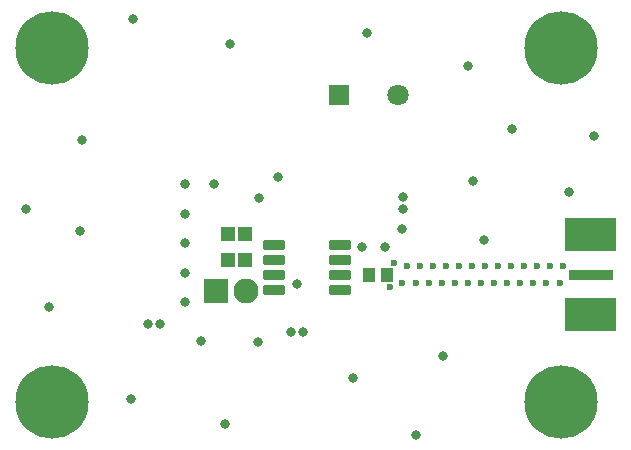
<source format=gbr>
G04*
G04 #@! TF.GenerationSoftware,Altium Limited,Altium Designer,24.4.1 (13)*
G04*
G04 Layer_Color=8388736*
%FSLAX25Y25*%
%MOIN*%
G70*
G04*
G04 #@! TF.SameCoordinates,D49A6A7F-BD6C-421B-9F91-F44A7ED913D7*
G04*
G04*
G04 #@! TF.FilePolarity,Negative*
G04*
G01*
G75*
%ADD20R,0.14567X0.03543*%
%ADD21R,0.16961X0.05150*%
%ADD22R,0.04956X0.04765*%
%ADD23R,0.04766X0.04576*%
G04:AMPARAMS|DCode=24|XSize=33.59mil|YSize=72.96mil|CornerRadius=5.92mil|HoleSize=0mil|Usage=FLASHONLY|Rotation=90.000|XOffset=0mil|YOffset=0mil|HoleType=Round|Shape=RoundedRectangle|*
%AMROUNDEDRECTD24*
21,1,0.03359,0.06112,0,0,90.0*
21,1,0.02175,0.07296,0,0,90.0*
1,1,0.01184,0.03056,0.01088*
1,1,0.01184,0.03056,-0.01088*
1,1,0.01184,-0.03056,-0.01088*
1,1,0.01184,-0.03056,0.01088*
%
%ADD24ROUNDEDRECTD24*%
%ADD25R,0.03950X0.04737*%
%ADD26C,0.08284*%
%ADD27R,0.08284X0.08284*%
%ADD28C,0.07099*%
%ADD29R,0.07099X0.07099*%
%ADD30C,0.24422*%
%ADD31C,0.02362*%
%ADD32C,0.03162*%
G36*
X188189Y23622D02*
X171260D01*
Y34646D01*
X188189D01*
Y23622D01*
D02*
G37*
G36*
Y50394D02*
X171260D01*
Y61417D01*
X188189D01*
Y50394D01*
D02*
G37*
D20*
X179728Y42425D02*
D03*
D21*
Y31500D02*
D03*
Y53350D02*
D03*
D22*
X58872Y47425D02*
D03*
X64585D02*
D03*
D23*
X58871Y55925D02*
D03*
X64586D02*
D03*
D24*
X96228Y37425D02*
D03*
Y42425D02*
D03*
Y47425D02*
D03*
Y52425D02*
D03*
X73984Y37425D02*
D03*
Y42425D02*
D03*
Y47425D02*
D03*
Y52425D02*
D03*
D25*
X105776Y42425D02*
D03*
X111681D02*
D03*
D26*
X64728Y36925D02*
D03*
D27*
X54728D02*
D03*
D28*
X115454Y102257D02*
D03*
D29*
X95769D02*
D03*
D30*
X169685Y118110D02*
D03*
X0D02*
D03*
Y0D02*
D03*
X169685Y0D02*
D03*
D31*
X170606Y45170D02*
D03*
X112812Y38233D02*
D03*
X116932Y39666D02*
D03*
X121294D02*
D03*
X125656D02*
D03*
X130019D02*
D03*
X134381D02*
D03*
X138743D02*
D03*
X143105D02*
D03*
X147467D02*
D03*
X151830D02*
D03*
X156192D02*
D03*
X160554D02*
D03*
X164916D02*
D03*
X169278D02*
D03*
X166266Y45185D02*
D03*
X161904D02*
D03*
X157542D02*
D03*
X153180D02*
D03*
X148818D02*
D03*
X144455D02*
D03*
X140093D02*
D03*
X135731D02*
D03*
X131369D02*
D03*
X127006D02*
D03*
X122644D02*
D03*
X118282D02*
D03*
X114107Y46448D02*
D03*
D32*
X81693Y39291D02*
D03*
X103543Y51496D02*
D03*
X130475Y15293D02*
D03*
X121459Y-10888D02*
D03*
X59333Y119230D02*
D03*
X26971Y127773D02*
D03*
X10081Y87222D02*
D03*
X-8659Y64387D02*
D03*
X9570Y56907D02*
D03*
X-903Y31671D02*
D03*
X100475Y7812D02*
D03*
X57837Y-7463D02*
D03*
X26459Y1120D02*
D03*
X180751Y88718D02*
D03*
X138861Y111946D02*
D03*
X144255Y53836D02*
D03*
X172522Y69860D02*
D03*
X140475Y73678D02*
D03*
X153507Y90923D02*
D03*
X105039Y123031D02*
D03*
X32083Y25854D02*
D03*
X36020D02*
D03*
X83697Y23295D02*
D03*
X79760D02*
D03*
X68797Y19953D02*
D03*
X49938Y20229D02*
D03*
X44327Y33138D02*
D03*
X54169Y72508D02*
D03*
X44327Y42980D02*
D03*
Y52823D02*
D03*
Y62665D02*
D03*
Y72508D02*
D03*
X173622Y27559D02*
D03*
X177559D02*
D03*
X181496D02*
D03*
X185433D02*
D03*
Y57480D02*
D03*
X181496D02*
D03*
X177559D02*
D03*
X173622D02*
D03*
X68997Y68005D02*
D03*
X111123Y51469D02*
D03*
X117029Y68162D02*
D03*
X75297Y75091D02*
D03*
X117029Y64225D02*
D03*
X116635Y57768D02*
D03*
M02*

</source>
